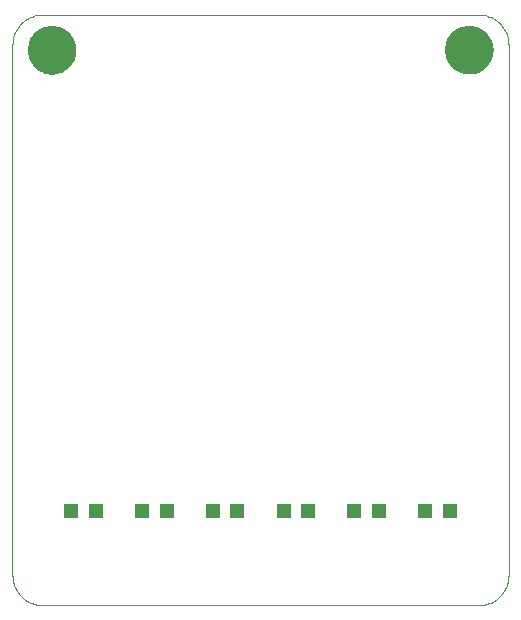
<source format=gbs>
G75*
G70*
%OFA0B0*%
%FSLAX24Y24*%
%IPPOS*%
%LPD*%
%AMOC8*
5,1,8,0,0,1.08239X$1,22.5*
%
%ADD10C,0.0000*%
%ADD11C,0.1615*%
%ADD12C,0.0004*%
%ADD13R,0.0512X0.0512*%
D10*
X002243Y020379D02*
X002245Y020435D01*
X002251Y020490D01*
X002261Y020544D01*
X002274Y020598D01*
X002292Y020651D01*
X002313Y020702D01*
X002337Y020752D01*
X002365Y020800D01*
X002397Y020846D01*
X002431Y020890D01*
X002469Y020931D01*
X002509Y020969D01*
X002552Y021004D01*
X002597Y021036D01*
X002645Y021065D01*
X002694Y021091D01*
X002745Y021113D01*
X002797Y021131D01*
X002851Y021145D01*
X002906Y021156D01*
X002961Y021163D01*
X003016Y021166D01*
X003072Y021165D01*
X003127Y021160D01*
X003182Y021151D01*
X003236Y021139D01*
X003289Y021122D01*
X003341Y021102D01*
X003391Y021078D01*
X003439Y021051D01*
X003486Y021021D01*
X003530Y020987D01*
X003572Y020950D01*
X003610Y020910D01*
X003647Y020868D01*
X003680Y020823D01*
X003709Y020777D01*
X003736Y020728D01*
X003758Y020677D01*
X003778Y020625D01*
X003793Y020571D01*
X003805Y020517D01*
X003813Y020462D01*
X003817Y020407D01*
X003817Y020351D01*
X003813Y020296D01*
X003805Y020241D01*
X003793Y020187D01*
X003778Y020133D01*
X003758Y020081D01*
X003736Y020030D01*
X003709Y019981D01*
X003680Y019935D01*
X003647Y019890D01*
X003610Y019848D01*
X003572Y019808D01*
X003530Y019771D01*
X003486Y019737D01*
X003439Y019707D01*
X003391Y019680D01*
X003341Y019656D01*
X003289Y019636D01*
X003236Y019619D01*
X003182Y019607D01*
X003127Y019598D01*
X003072Y019593D01*
X003016Y019592D01*
X002961Y019595D01*
X002906Y019602D01*
X002851Y019613D01*
X002797Y019627D01*
X002745Y019645D01*
X002694Y019667D01*
X002645Y019693D01*
X002597Y019722D01*
X002552Y019754D01*
X002509Y019789D01*
X002469Y019827D01*
X002431Y019868D01*
X002397Y019912D01*
X002365Y019958D01*
X002337Y020006D01*
X002313Y020056D01*
X002292Y020107D01*
X002274Y020160D01*
X002261Y020214D01*
X002251Y020268D01*
X002245Y020323D01*
X002243Y020379D01*
X016153Y020385D02*
X016155Y020441D01*
X016161Y020496D01*
X016171Y020550D01*
X016184Y020604D01*
X016202Y020657D01*
X016223Y020708D01*
X016247Y020758D01*
X016275Y020806D01*
X016307Y020852D01*
X016341Y020896D01*
X016379Y020937D01*
X016419Y020975D01*
X016462Y021010D01*
X016507Y021042D01*
X016555Y021071D01*
X016604Y021097D01*
X016655Y021119D01*
X016707Y021137D01*
X016761Y021151D01*
X016816Y021162D01*
X016871Y021169D01*
X016926Y021172D01*
X016982Y021171D01*
X017037Y021166D01*
X017092Y021157D01*
X017146Y021145D01*
X017199Y021128D01*
X017251Y021108D01*
X017301Y021084D01*
X017349Y021057D01*
X017396Y021027D01*
X017440Y020993D01*
X017482Y020956D01*
X017520Y020916D01*
X017557Y020874D01*
X017590Y020829D01*
X017619Y020783D01*
X017646Y020734D01*
X017668Y020683D01*
X017688Y020631D01*
X017703Y020577D01*
X017715Y020523D01*
X017723Y020468D01*
X017727Y020413D01*
X017727Y020357D01*
X017723Y020302D01*
X017715Y020247D01*
X017703Y020193D01*
X017688Y020139D01*
X017668Y020087D01*
X017646Y020036D01*
X017619Y019987D01*
X017590Y019941D01*
X017557Y019896D01*
X017520Y019854D01*
X017482Y019814D01*
X017440Y019777D01*
X017396Y019743D01*
X017349Y019713D01*
X017301Y019686D01*
X017251Y019662D01*
X017199Y019642D01*
X017146Y019625D01*
X017092Y019613D01*
X017037Y019604D01*
X016982Y019599D01*
X016926Y019598D01*
X016871Y019601D01*
X016816Y019608D01*
X016761Y019619D01*
X016707Y019633D01*
X016655Y019651D01*
X016604Y019673D01*
X016555Y019699D01*
X016507Y019728D01*
X016462Y019760D01*
X016419Y019795D01*
X016379Y019833D01*
X016341Y019874D01*
X016307Y019918D01*
X016275Y019964D01*
X016247Y020012D01*
X016223Y020062D01*
X016202Y020113D01*
X016184Y020166D01*
X016171Y020220D01*
X016161Y020274D01*
X016155Y020329D01*
X016153Y020385D01*
D11*
X016940Y020385D03*
X003030Y020379D03*
D12*
X002723Y001875D02*
X009597Y001875D01*
X017259Y001875D01*
X017319Y001877D01*
X017380Y001882D01*
X017439Y001891D01*
X017498Y001904D01*
X017557Y001920D01*
X017614Y001940D01*
X017669Y001963D01*
X017724Y001990D01*
X017776Y002019D01*
X017827Y002052D01*
X017876Y002088D01*
X017922Y002126D01*
X017966Y002168D01*
X018008Y002212D01*
X018046Y002258D01*
X018082Y002307D01*
X018115Y002358D01*
X018144Y002410D01*
X018171Y002465D01*
X018194Y002520D01*
X018214Y002577D01*
X018230Y002636D01*
X018243Y002695D01*
X018252Y002754D01*
X018257Y002815D01*
X018259Y002875D01*
X018259Y010142D01*
X018259Y020560D01*
X018257Y020620D01*
X018252Y020681D01*
X018243Y020740D01*
X018230Y020799D01*
X018214Y020858D01*
X018194Y020915D01*
X018171Y020970D01*
X018144Y021025D01*
X018115Y021077D01*
X018082Y021128D01*
X018046Y021177D01*
X018008Y021223D01*
X017966Y021267D01*
X017922Y021309D01*
X017876Y021347D01*
X017827Y021383D01*
X017776Y021416D01*
X017724Y021445D01*
X017669Y021472D01*
X017614Y021495D01*
X017557Y021515D01*
X017498Y021531D01*
X017439Y021544D01*
X017380Y021553D01*
X017319Y021558D01*
X017259Y021560D01*
X010385Y021560D01*
X002723Y021560D01*
X002663Y021558D01*
X002602Y021553D01*
X002543Y021544D01*
X002484Y021531D01*
X002425Y021515D01*
X002368Y021495D01*
X002313Y021472D01*
X002258Y021445D01*
X002206Y021416D01*
X002155Y021383D01*
X002106Y021347D01*
X002060Y021309D01*
X002016Y021267D01*
X001974Y021223D01*
X001936Y021177D01*
X001900Y021128D01*
X001867Y021077D01*
X001838Y021025D01*
X001811Y020970D01*
X001788Y020915D01*
X001768Y020858D01*
X001752Y020799D01*
X001739Y020740D01*
X001730Y020681D01*
X001725Y020620D01*
X001723Y020560D01*
X001723Y010930D01*
X001723Y002875D01*
X001725Y002815D01*
X001730Y002754D01*
X001739Y002695D01*
X001752Y002636D01*
X001768Y002577D01*
X001788Y002520D01*
X001811Y002465D01*
X001838Y002410D01*
X001867Y002358D01*
X001900Y002307D01*
X001936Y002258D01*
X001974Y002212D01*
X002016Y002168D01*
X002060Y002126D01*
X002106Y002088D01*
X002155Y002052D01*
X002206Y002019D01*
X002258Y001990D01*
X002313Y001963D01*
X002368Y001940D01*
X002425Y001920D01*
X002484Y001904D01*
X002543Y001891D01*
X002602Y001882D01*
X002663Y001877D01*
X002723Y001875D01*
D13*
X003672Y005024D03*
X004499Y005024D03*
X006034Y005024D03*
X006861Y005024D03*
X008397Y005024D03*
X009223Y005024D03*
X010759Y005024D03*
X011586Y005024D03*
X013121Y005024D03*
X013948Y005024D03*
X015483Y005024D03*
X016310Y005024D03*
M02*

</source>
